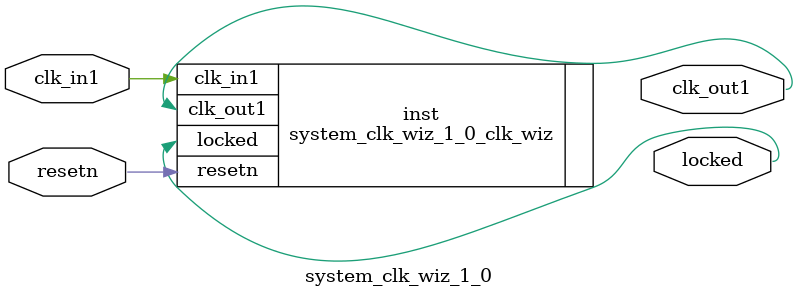
<source format=v>


`timescale 1ps/1ps

(* CORE_GENERATION_INFO = "system_clk_wiz_1_0,clk_wiz_v6_0_8_0_0,{component_name=system_clk_wiz_1_0,use_phase_alignment=true,use_min_o_jitter=false,use_max_i_jitter=false,use_dyn_phase_shift=false,use_inclk_switchover=false,use_dyn_reconfig=false,enable_axi=0,feedback_source=FDBK_AUTO,PRIMITIVE=MMCM,num_out_clk=1,clkin1_period=10.000,clkin2_period=10.000,use_power_down=false,use_reset=true,use_locked=true,use_inclk_stopped=false,feedback_type=SINGLE,CLOCK_MGR_TYPE=NA,manual_override=false}" *)

module system_clk_wiz_1_0 
 (
  // Clock out ports
  output        clk_out1,
  // Status and control signals
  input         resetn,
  output        locked,
 // Clock in ports
  input         clk_in1
 );

  system_clk_wiz_1_0_clk_wiz inst
  (
  // Clock out ports  
  .clk_out1(clk_out1),
  // Status and control signals               
  .resetn(resetn), 
  .locked(locked),
 // Clock in ports
  .clk_in1(clk_in1)
  );

endmodule

</source>
